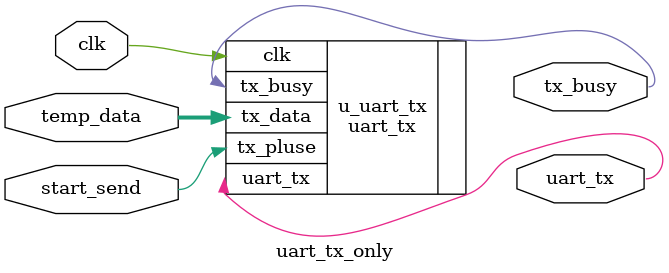
<source format=v>
`timescale 1ns / 1ps

module uart_tx_only #(
    parameter BPS_NUM = 16'd234  // 27MHz, 115200 bps
)(
    input         clk,
    input  [7:0]  temp_data,
    input         start_send,
    
    output        uart_tx,
    output        tx_busy
);

// Ö±½ÓÊµÀý»¯µ×²ãUART·¢ËÍÄ£¿é
uart_tx #(
    .BPS_NUM(BPS_NUM)
) u_uart_tx (
    .clk      (clk),
    .tx_data  (temp_data),
    .tx_pluse (start_send),
    .uart_tx  (uart_tx),
    .tx_busy  (tx_busy)
);

endmodule
</source>
